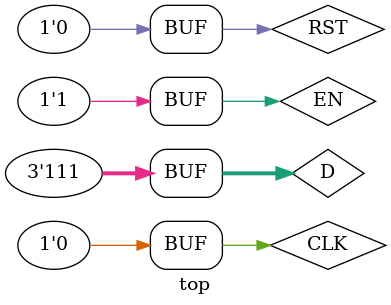
<source format=v>
module top();

reg       CLK;
reg       RST;
reg [3:1] D;
reg       EN;
reg [3:1] Q;

always @(posedge CLK or posedge RST) begin
  if (RST) begin
    Q[1] <= 1'b0;
    Q[2] <= 1'b1;
    Q[3] <= 1'b0;
  end
  else if (EN) begin
    Q[1] <=  D[1]; 
    Q[2] <= ~D[2]; 
    Q[3] <=  D[3];
  end
end

reg failed;

(* ivl_synthesis_off *)
initial begin
  failed = 0;
  $monitor("%b %b %b %b", CLK, EN, D, Q);
  CLK = 0;
  RST = 1;
  EN = 0;
  D = 3'b111;
  #1 CLK = 1;
  #1 CLK = 0;
  if (Q !== 3'b010) failed = 1;
  EN = 1;
  #1 CLK = 1;
  #1 CLK = 0;
  if (Q !== 3'b010) failed = 1;
  RST = 0;
  EN = 0;
  #1 CLK = 1;
  #1 CLK = 0;
  if (Q !== 3'b010) failed = 1;
  EN = 1;
  #1 CLK = 1;
  #1 CLK = 0;
  if (Q !== 3'b101) failed = 1;
  #1;
  if (failed)
    $display("FAILED");
  else
    $display("PASSED");
end

endmodule

</source>
